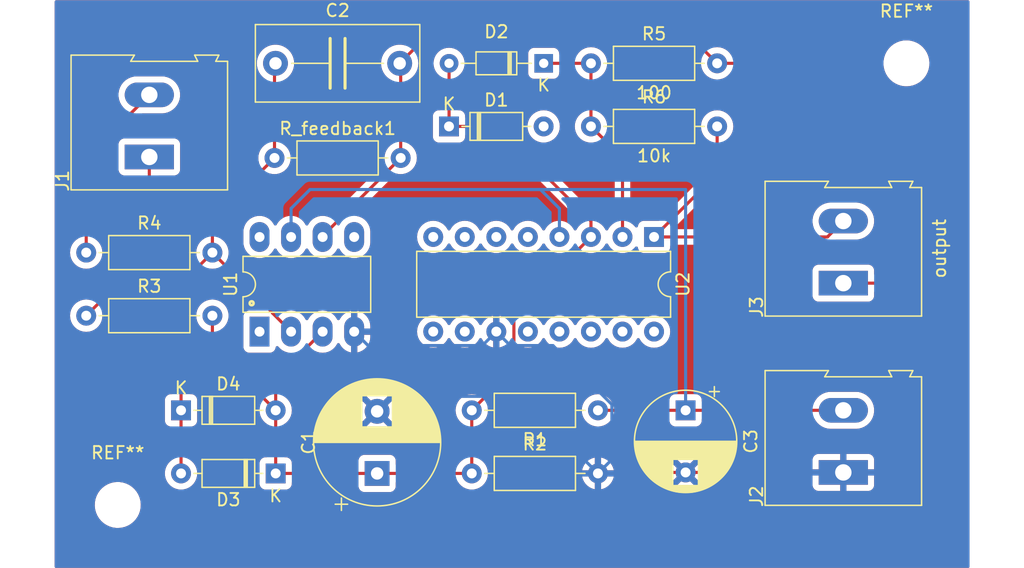
<source format=kicad_pcb>
(kicad_pcb (version 20221018) (generator pcbnew)
  (layers (0 "F.Cu" signal) (31 "B.Cu" signal) (34 "B.Paste" user) (35 "F.Paste" user) (36 "B.SilkS" user "B.Silkscreen") (37 "F.SilkS" user "F.Silkscreen") (38 "B.Mask" user) (39 "F.Mask" user) (44 "Edge.Cuts" user))
  (net 0 "")
  (net 1 "V_Ref")
  (net 2 "Net-(D3-A)")
  (net 3 "FIRST_STAGE_OUT")
  (net 4 "Net-(J1-Pin_1)")
  (net 5 "input")
  (net 6 "Net-(D1-A)")
  (net 7 "second_stage_out")
  (net 11 "V_supply_negative")
  (net 12 "v_supply_positive")
  (footprint "TerminalBlock:TerminalBlock_Altech_AK300-2_P5.00mm" (layer "F.Cu") (at 162.56 81.2 90)
    (fp_text reference "J3" (at -1.92 -6.99 90) (layer "F.SilkS"))
    (fp_text value "output" (at 2.78 7.75 90) (layer "F.SilkS"))
    (pad "1" thru_hole rect (at 0 0 90) (size 1.98 3.96) (drill 1.32) (layers "*.Cu" "*.Mask") (net 3 "FIRST_STAGE_OUT"))
    (pad "2" thru_hole oval (at 5 0 90) (size 1.98 3.96) (drill 1.32) (layers "*.Cu" "*.Mask") (net 7 "second_stage_out"))
  )
  (footprint "Resistor_THT:R_Axial_DIN0207_L6.3mm_D2.5mm_P10.16mm_Horizontal" (layer "F.Cu") (at 142.24 68.58)
    (fp_text reference "R6" (at 5.08 -2.37) (layer "F.SilkS"))
    (fp_text value "10k" (at 5.08 2.37) (layer "F.SilkS"))
    (pad "1" thru_hole circle (at 0 0) (size 1.6 1.6) (drill 0.8) (layers "*.Cu" "*.Mask") (net 6 "Net-(D1-A)"))
    (pad "2" thru_hole oval (at 10.16 0) (size 1.6 1.6) (drill 0.8) (layers "*.Cu" "*.Mask") (net 7 "second_stage_out"))
  )
  (footprint "Capacitor_THT_AKL:CP_Radial_D8.0mm_P5.00mm" (layer "F.Cu") (at 149.86 91.44 -90)
    (fp_text reference "C3" (at 2.5 -5.25 90) (layer "F.SilkS"))
    (fp_text value "100µ" hide)
    (pad "1" thru_hole rect (at 0 0 270) (size 1.6 1.6) (drill 0.8) (layers "*.Cu" "*.Mask") (net 12 "v_supply_positive"))
    (pad "2" thru_hole circle (at 5 0 270) (size 1.6 1.6) (drill 0.8) (layers "*.Cu" "*.Mask") (net 11 "V_supply_negative"))
  )
  (footprint "TerminalBlock:TerminalBlock_Altech_AK300-2_P5.00mm" (layer "F.Cu") (at 162.56 96.44 90)
    (fp_text reference "J2" (at -1.92 -6.99 90) (layer "F.SilkS"))
    (fp_text value "power_supply")
    (pad "1" thru_hole rect (at 0 0 90) (size 1.98 3.96) (drill 1.32) (layers "*.Cu" "*.Mask") (net 11 "V_supply_negative"))
    (pad "2" thru_hole oval (at 5 0 90) (size 1.98 3.96) (drill 1.32) (layers "*.Cu" "*.Mask") (net 12 "v_supply_positive"))
  )
  (footprint "Package_DIP_AKL:DIP-8_W7.62mm_LongPads" (layer "F.Cu") (at 115.555 85.105 90)
    (fp_text reference "U1" (at 3.81 -2.33 90) (layer "F.SilkS"))
    (fp_text value "LMC6001AIN" hide)
    (pad "1" thru_hole rect (at 0 0 90) (size 2.4 1.6) (drill 0.8) (layers "*.Cu" "*.Mask"))
    (pad "2" thru_hole oval (at 0 2.54 90) (size 2.4 1.6) (drill 0.8) (layers "*.Cu" "*.Mask") (net 2 "Net-(D3-A)"))
    (pad "3" thru_hole oval (at 0 5.08 90) (size 2.4 1.6) (drill 0.8) (layers "*.Cu" "*.Mask") (net 1 "V_Ref"))
    (pad "4" thru_hole oval (at 0 7.62 90) (size 2.4 1.6) (drill 0.8) (layers "*.Cu" "*.Mask") (net 11 "V_supply_negative"))
    (pad "5" thru_hole oval (at 7.62 7.62 90) (size 2.4 1.6) (drill 0.8) (layers "*.Cu" "*.Mask"))
    (pad "6" thru_hole oval (at 7.62 5.08 90) (size 2.4 1.6) (drill 0.8) (layers "*.Cu" "*.Mask") (net 3 "FIRST_STAGE_OUT"))
    (pad "7" thru_hole oval (at 7.62 2.54 90) (size 2.4 1.6) (drill 0.8) (layers "*.Cu" "*.Mask") (net 12 "v_supply_positive"))
    (pad "8" thru_hole oval (at 7.62 0 90) (size 2.4 1.6) (drill 0.8) (layers "*.Cu" "*.Mask"))
  )
  (footprint "Capacitor_THT_AKL:CP_Radial_D10.0mm_P5.00mm" (layer "F.Cu") (at 125.0225 96.52 90)
    (fp_text reference "C1" (at 2.5 -5.5275 90) (layer "F.SilkS"))
    (fp_text value "100µF" hide)
    (pad "1" thru_hole rect (at 0 0 90) (size 2 2) (drill 1) (layers "*.Cu" "*.Mask") (net 1 "V_Ref"))
    (pad "2" thru_hole circle (at 5 0 90) (size 2 2) (drill 1) (layers "*.Cu" "*.Mask") (net 11 "V_supply_negative"))
  )
  (footprint "Package_DIP:DIP-16_W7.62mm" (layer "F.Cu") (at 147.32 77.48 -90)
    (fp_text reference "U2" (at 3.81 -2.33 90) (layer "F.SilkS"))
    (fp_text value "TS974ID")
    (pad "1" thru_hole rect (at 0 0 270) (size 1.6 1.6) (drill 0.8) (layers "*.Cu" "*.Mask") (net 7 "second_stage_out"))
    (pad "2" thru_hole oval (at 0 2.54 270) (size 1.6 1.6) (drill 0.8) (layers "*.Cu" "*.Mask") (net 6 "Net-(D1-A)"))
    (pad "3" thru_hole oval (at 0 5.08 270) (size 1.6 1.6) (drill 0.8) (layers "*.Cu" "*.Mask") (net 1 "V_Ref"))
    (pad "4" thru_hole oval (at 0 7.62 270) (size 1.6 1.6) (drill 0.8) (layers "*.Cu" "*.Mask") (net 12 "v_supply_positive"))
    (pad "5" thru_hole oval (at 0 10.16 270) (size 1.6 1.6) (drill 0.8) (layers "*.Cu" "*.Mask"))
    (pad "6" thru_hole oval (at 0 12.7 270) (size 1.6 1.6) (drill 0.8) (layers "*.Cu" "*.Mask"))
    (pad "7" thru_hole oval (at 0 15.24 270) (size 1.6 1.6) (drill 0.8) (layers "*.Cu" "*.Mask"))
    (pad "8" thru_hole oval (at 0 17.78 270) (size 1.6 1.6) (drill 0.8) (layers "*.Cu" "*.Mask"))
    (pad "9" thru_hole oval (at 7.62 17.78 270) (size 1.6 1.6) (drill 0.8) (layers "*.Cu" "*.Mask"))
    (pad "10" thru_hole oval (at 7.62 15.24 270) (size 1.6 1.6) (drill 0.8) (layers "*.Cu" "*.Mask"))
    (pad "11" thru_hole oval (at 7.62 12.7 270) (size 1.6 1.6) (drill 0.8) (layers "*.Cu" "*.Mask") (net 11 "V_supply_negative"))
    (pad "12" thru_hole oval (at 7.62 10.16 270) (size 1.6 1.6) (drill 0.8) (layers "*.Cu" "*.Mask"))
    (pad "13" thru_hole oval (at 7.62 7.62 270) (size 1.6 1.6) (drill 0.8) (layers "*.Cu" "*.Mask"))
    (pad "14" thru_hole oval (at 7.62 5.08 270) (size 1.6 1.6) (drill 0.8) (layers "*.Cu" "*.Mask"))
    (pad "15" thru_hole oval (at 7.62 2.54 270) (size 1.6 1.6) (drill 0.8) (layers "*.Cu" "*.Mask"))
    (pad "16" thru_hole oval (at 7.62 0 270) (size 1.6 1.6) (drill 0.8) (layers "*.Cu" "*.Mask"))
  )
  (footprint "Capacitor_THT_AKL:C_Rect_L13.0mm_W6.0mm_P10.00mm_FKS3_FKP3_MKS4" (layer "F.Cu") (at 116.84 63.5)
    (fp_text reference "C2" (at 5 -4.25) (layer "F.SilkS"))
    (fp_text value "0.1nF" hide)
    (pad "1" thru_hole circle (at 0 0) (size 2 2) (drill 1) (layers "*.Cu" "*.Mask") (net 2 "Net-(D3-A)"))
    (pad "2" thru_hole circle (at 10 0) (size 2 2) (drill 1) (layers "*.Cu" "*.Mask") (net 3 "FIRST_STAGE_OUT"))
  )
  (footprint "TerminalBlock:TerminalBlock_Altech_AK300-2_P5.00mm" (layer "F.Cu") (at 106.68 71.04 90)
    (fp_text reference "J1" (at -1.92 -6.99 90) (layer "F.SilkS"))
    (fp_text value "input")
    (pad "1" thru_hole rect (at 0 0 90) (size 1.98 3.96) (drill 1.32) (layers "*.Cu" "*.Mask") (net 4 "Net-(J1-Pin_1)"))
    (pad "2" thru_hole oval (at 5 0 90) (size 1.98 3.96) (drill 1.32) (layers "*.Cu" "*.Mask") (net 5 "input"))
  )
  (footprint "Diode_THT:D_DO-35_SOD27_P7.62mm_Horizontal" (layer "F.Cu") (at 116.855 96.52 180)
    (fp_text reference "D3" (at 3.81 -2.12 180) (layer "F.SilkS"))
    (fp_text value "D")
    (fp_text user "K" (at 0 -1.8 180) (layer "F.SilkS"))
    (pad "1" thru_hole rect (at 0 0 180) (size 1.6 1.6) (drill 0.8) (layers "*.Cu" "*.Mask") (net 1 "V_Ref"))
    (pad "2" thru_hole oval (at 7.62 0 180) (size 1.6 1.6) (drill 0.8) (layers "*.Cu" "*.Mask") (net 2 "Net-(D3-A)"))
  )
  (footprint "Diode_THT:D_DO-34_SOD68_P7.62mm_Horizontal" (layer "F.Cu") (at 138.435 63.5 180)
    (fp_text reference "D2" (at 3.81 2.54 180) (layer "F.SilkS"))
    (fp_text value "D")
    (fp_text user "K" (at 0 -1.75 180) (layer "F.SilkS"))
    (pad "1" thru_hole rect (at 0 0 180) (size 1.5 1.5) (drill 0.75) (layers "*.Cu" "*.Mask") (net 6 "Net-(D1-A)"))
    (pad "2" thru_hole oval (at 7.62 0 180) (size 1.5 1.5) (drill 0.75) (layers "*.Cu" "*.Mask") (net 1 "V_Ref"))
  )
  (footprint "Resistor_THT:R_Axial_DIN0207_L6.3mm_D2.5mm_P10.16mm_Horizontal" (layer "F.Cu") (at 101.6 78.74)
    (fp_text reference "R4" (at 5.08 -2.37) (layer "F.SilkS"))
    (fp_text value "10k")
    (pad "1" thru_hole circle (at 0 0) (size 1.6 1.6) (drill 0.8) (layers "*.Cu" "*.Mask") (net 5 "input"))
    (pad "2" thru_hole oval (at 10.16 0) (size 1.6 1.6) (drill 0.8) (layers "*.Cu" "*.Mask") (net 2 "Net-(D3-A)"))
  )
  (footprint "Resistor_THT:R_Axial_DIN0207_L6.3mm_D2.5mm_P10.16mm_Horizontal" (layer "F.Cu") (at 116.76 71.12)
    (fp_text reference "R_feedback1" (at 5.08 -2.37) (layer "F.SilkS"))
    (fp_text value "10M")
    (pad "1" thru_hole circle (at 0 0) (size 1.6 1.6) (drill 0.8) (layers "*.Cu" "*.Mask") (net 2 "Net-(D3-A)"))
    (pad "2" thru_hole oval (at 10.16 0) (size 1.6 1.6) (drill 0.8) (layers "*.Cu" "*.Mask") (net 3 "FIRST_STAGE_OUT"))
  )
  (footprint "Resistor_THT:R_Axial_DIN0207_L6.3mm_D2.5mm_P10.16mm_Horizontal" (layer "F.Cu") (at 142.24 63.5)
    (fp_text reference "R5" (at 5.08 -2.37) (layer "F.SilkS"))
    (fp_text value "100" (at 5.08 2.37) (layer "F.SilkS"))
    (pad "1" thru_hole circle (at 0 0) (size 1.6 1.6) (drill 0.8) (layers "*.Cu" "*.Mask") (net 6 "Net-(D1-A)"))
    (pad "2" thru_hole oval (at 10.16 0) (size 1.6 1.6) (drill 0.8) (layers "*.Cu" "*.Mask") (net 3 "FIRST_STAGE_OUT"))
  )
  (footprint "Diode_THT:D_DO-35_SOD27_P7.62mm_Horizontal" (layer "F.Cu") (at 109.235 91.44)
    (fp_text reference "D4" (at 3.81 -2.12) (layer "F.SilkS"))
    (fp_text value "D")
    (fp_text user "K" (at 0 -1.8) (layer "F.SilkS"))
    (pad "1" thru_hole rect (at 0 0) (size 1.6 1.6) (drill 0.8) (layers "*.Cu" "*.Mask") (net 2 "Net-(D3-A)"))
    (pad "2" thru_hole oval (at 7.62 0) (size 1.6 1.6) (drill 0.8) (layers "*.Cu" "*.Mask") (net 1 "V_Ref"))
  )
  (footprint "MountingHole:MountingHole_3.2mm_M3" (layer "F.Cu") (at 167.64 63.5)
    (fp_text reference "REF**" (at 0 -4.2) (layer "F.SilkS"))
    (fp_text value "MountingHole_3.2mm_M3")
    (pad "" np_thru_hole circle (at 0 0) (size 3.2 3.2) (drill 3.2) (layers "*.Cu" "*.Mask"))
  )
  (footprint "Diode_THT:D_DO-35_SOD27_P7.62mm_Horizontal" (layer "F.Cu") (at 130.81 68.58)
    (fp_text reference "D1" (at 3.81 -2.12) (layer "F.SilkS"))
    (fp_text value "D")
    (fp_text user "K" (at 0 -1.8) (layer "F.SilkS"))
    (pad "1" thru_hole rect (at 0 0) (size 1.6 1.6) (drill 0.8) (layers "*.Cu" "*.Mask") (net 1 "V_Ref"))
    (pad "2" thru_hole oval (at 7.62 0) (size 1.6 1.6) (drill 0.8) (layers "*.Cu" "*.Mask") (net 6 "Net-(D1-A)"))
  )
  (footprint "Resistor_THT:R_Axial_DIN0207_L6.3mm_D2.5mm_P10.16mm_Horizontal" (layer "F.Cu") (at 101.6 83.82)
    (fp_text reference "R3" (at 5.08 -2.37) (layer "F.SilkS"))
    (fp_text value "10k")
    (pad "1" thru_hole circle (at 0 0) (size 1.6 1.6) (drill 0.8) (layers "*.Cu" "*.Mask") (net 4 "Net-(J1-Pin_1)"))
    (pad "2" thru_hole oval (at 10.16 0) (size 1.6 1.6) (drill 0.8) (layers "*.Cu" "*.Mask") (net 1 "V_Ref"))
  )
  (footprint "MountingHole:MountingHole_3.2mm_M3" (layer "F.Cu") (at 104.14 99.06)
    (fp_text reference "REF**" (at 0 -4.2) (layer "F.SilkS"))
    (fp_text value "MountingHole_3.2mm_M3")
    (pad "" np_thru_hole circle (at 0 0) (size 3.2 3.2) (drill 3.2) (layers "*.Cu" "*.Mask"))
  )
  (footprint "Resistor_THT:R_Axial_DIN0207_L6.3mm_D2.5mm_P10.16mm_Horizontal" (layer "F.Cu") (at 132.6425 96.52)
    (fp_text reference "R2" (at 5.08 -2.37) (layer "F.SilkS"))
    (fp_text value "100")
    (pad "1" thru_hole circle (at 0 0) (size 1.6 1.6) (drill 0.8) (layers "*.Cu" "*.Mask") (net 1 "V_Ref"))
    (pad "2" thru_hole oval (at 10.16 0) (size 1.6 1.6) (drill 0.8) (layers "*.Cu" "*.Mask") (net 11 "V_supply_negative"))
  )
  (footprint "Resistor_THT:R_Axial_DIN0207_L6.3mm_D2.5mm_P10.16mm_Horizontal" (layer "F.Cu") (at 142.8025 91.44 180)
    (fp_text reference "R1" (at 5.08 -2.37) (layer "F.SilkS"))
    (fp_text value "100")
    (pad "1" thru_hole circle (at 0 0 180) (size 1.6 1.6) (drill 0.8) (layers "*.Cu" "*.Mask") (net 12 "v_supply_positive"))
    (pad "2" thru_hole oval (at 10.16 0 180) (size 1.6 1.6) (drill 0.8) (layers "*.Cu" "*.Mask") (net 1 "V_Ref"))
  )
  (segment (start 116.855 96.52) (end 116.855 91.44) (width 0.25) (layer "F.Cu") (net 1))
  (segment (start 132.6425 91.44) (end 136.035 88.0475) (width 0.25) (layer "F.Cu") (net 1))
  (segment (start 132.6425 96.52) (end 132.6425 91.44) (width 0.25) (layer "F.Cu") (net 1))
  (segment (start 116.855 91.44) (end 116.855 88.885) (width 0.25) (layer "F.Cu") (net 1))
  (segment (start 142.24 77.48) (end 142.24 76.2) (width 0.25) (layer "F.Cu") (net 1))
  (segment (start 136.035 83.685) (end 142.24 77.48) (width 0.25) (layer "F.Cu") (net 1))
  (segment (start 111.76 83.82) (end 111.76 86.345) (width 0.25) (layer "F.Cu") (net 1))
  (segment (start 134.62 68.58) (end 130.81 68.58) (width 0.25) (layer "F.Cu") (net 1))
  (segment (start 116.855 88.885) (end 120.635 85.105) (width 0.25) (layer "F.Cu") (net 1))
  (segment (start 116.855 96.52) (end 125.0225 96.52) (width 0.25) (layer "F.Cu") (net 1))
  (segment (start 136.035 88.0475) (end 136.035 83.685) (width 0.25) (layer "F.Cu") (net 1))
  (segment (start 130.815 63.5) (end 130.815 68.575) (width 0.25) (layer "F.Cu") (net 1))
  (segment (start 111.76 86.345) (end 116.855 91.44) (width 0.25) (layer "F.Cu") (net 1))
  (segment (start 130.815 68.575) (end 130.81 68.58) (width 0.25) (layer "F.Cu") (net 1))
  (segment (start 125.0225 96.52) (end 132.6425 96.52) (width 0.25) (layer "F.Cu") (net 1))
  (segment (start 142.24 76.2) (end 134.62 68.58) (width 0.25) (layer "F.Cu") (net 1))
  (segment (start 116.6 83.58) (end 116.6 83.61) (width 0.25) (layer "F.Cu") (net 2))
  (segment (start 109.235 81.265) (end 109.235 91.44) (width 0.25) (layer "F.Cu") (net 2))
  (segment (start 116.76 71.12) (end 116.76 63.58) (width 0.25) (layer "F.Cu") (net 2))
  (segment (start 109.235 81.265) (end 111.76 78.74) (width 0.25) (layer "F.Cu") (net 2))
  (segment (start 111.76 78.74) (end 111.76 76.12) (width 0.25) (layer "F.Cu") (net 2))
  (segment (start 109.235 96.52) (end 109.235 91.44) (width 0.25) (layer "F.Cu") (net 2))
  (segment (start 111.76 76.12) (end 116.76 71.12) (width 0.25) (layer "F.Cu") (net 2))
  (segment (start 116.6 83.61) (end 118.095 85.105) (width 0.25) (layer "F.Cu") (net 2))
  (segment (start 116.76 63.58) (end 116.84 63.5) (width 0.25) (layer "F.Cu") (net 2))
  (segment (start 111.76 78.74) (end 116.6 83.58) (width 0.25) (layer "F.Cu") (net 2))
  (segment (start 167.64 81.2) (end 167.56 81.28) (width 0.25) (layer "F.Cu") (net 3))
  (segment (start 167.48 81.2) (end 162.56 81.2) (width 0.25) (layer "F.Cu") (net 3))
  (segment (start 126.92 71.12) (end 120.635 77.405) (width 0.25) (layer "F.Cu") (net 3))
  (segment (start 152.4 63.5) (end 149.86 60.96) (width 0.25) (layer "F.Cu") (net 3))
  (segment (start 120.635 77.405) (end 120.635 77.485) (width 0.25) (layer "F.Cu") (net 3))
  (segment (start 149.86 60.96) (end 129.38 60.96) (width 0.25) (layer "F.Cu") (net 3))
  (segment (start 167.56 81.28) (end 167.48 81.2) (width 0.25) (layer "F.Cu") (net 3))
  (segment (start 152.4 63.5) (end 157.48 63.5) (width 0.25) (layer "F.Cu") (net 3))
  (segment (start 126.92 63.58) (end 126.84 63.5) (width 0.25) (layer "F.Cu") (net 3))
  (segment (start 167.64 73.66) (end 167.64 81.2) (width 0.25) (layer "F.Cu") (net 3))
  (segment (start 126.92 71.12) (end 126.92 63.58) (width 0.25) (layer "F.Cu") (net 3))
  (segment (start 157.48 63.5) (end 167.64 73.66) (width 0.25) (layer "F.Cu") (net 3))
  (segment (start 129.38 60.96) (end 126.84 63.5) (width 0.25) (layer "F.Cu") (net 3))
  (segment (start 106.68 78.74) (end 101.6 83.82) (width 0.25) (layer "F.Cu") (net 4))
  (segment (start 106.68 71.04) (end 106.68 78.74) (width 0.25) (layer "F.Cu") (net 4))
  (segment (start 101.6 71.12) (end 101.6 78.74) (width 0.25) (layer "F.Cu") (net 5))
  (segment (start 106.68 66.04) (end 101.6 71.12) (width 0.25) (layer "F.Cu") (net 5))
  (segment (start 144.78 71.12) (end 144.78 77.48) (width 0.25) (layer "F.Cu") (net 6))
  (segment (start 142.24 63.5) (end 142.24 68.58) (width 0.25) (layer "F.Cu") (net 6))
  (segment (start 142.24 68.58) (end 144.78 71.12) (width 0.25) (layer "F.Cu") (net 6))
  (segment (start 138.435 63.5) (end 142.24 63.5) (width 0.25) (layer "F.Cu") (net 6))
  (segment (start 161.28 77.48) (end 162.56 76.2) (width 0.25) (layer "F.Cu") (net 7))
  (segment (start 147.32 77.48) (end 161.28 77.48) (width 0.25) (layer "F.Cu") (net 7))
  (segment (start 152.4 72.4) (end 147.32 77.48) (width 0.25) (layer "F.Cu") (net 7))
  (segment (start 152.4 68.58) (end 152.4 72.4) (width 0.25) (layer "F.Cu") (net 7))
  (segment (start 142.8825 96.44) (end 142.8025 96.52) (width 0.25) (layer "F.Cu") (net 11))
  (segment (start 162.56 96.44) (end 142.8825 96.44) (width 0.25) (layer "F.Cu") (net 11))
  (segment (start 136.5975 90.315) (end 142.8025 96.52) (width 0.25) (layer "B.Cu") (net 11))
  (segment (start 134.62 85.1) (end 133.495 86.225) (width 0.25) (layer "B.Cu") (net 11))
  (segment (start 142.8025 96.52) (end 143.9275 95.395) (width 0.25) (layer "B.Cu") (net 11))
  (segment (start 133.495 86.225) (end 124.295 86.225) (width 0.25) (layer "B.Cu") (net 11))
  (segment (start 143.9275 90.974009) (end 139.178491 86.225) (width 0.25) (layer "B.Cu") (net 11))
  (segment (start 143.9275 95.395) (end 143.9275 90.974009) (width 0.25) (layer "B.Cu") (net 11))
  (segment (start 139.178491 86.225) (end 135.745 86.225) (width 0.25) (layer "B.Cu") (net 11))
  (segment (start 126.2275 90.315) (end 136.5975 90.315) (width 0.25) (layer "B.Cu") (net 11))
  (segment (start 142.8025 96.52) (end 141.5225 96.52) (width 0.25) (layer "B.Cu") (net 11))
  (segment (start 135.745 86.225) (end 134.62 85.1) (width 0.25) (layer "B.Cu") (net 11))
  (segment (start 124.295 86.225) (end 123.175 85.105) (width 0.25) (layer "B.Cu") (net 11))
  (segment (start 125.0225 91.52) (end 126.2275 90.315) (width 0.25) (layer "B.Cu") (net 11))
  (segment (start 142.8025 91.44) (end 162.56 91.44) (width 0.25) (layer "F.Cu") (net 12))
  (segment (start 139.7 75.19) (end 139.7 77.48) (width 0.25) (layer "B.Cu") (net 12))
  (segment (start 138.17 73.66) (end 137.16 73.66) (width 0.25) (layer "B.Cu") (net 12))
  (segment (start 118.095 75.185) (end 119.62 73.66) (width 0.25) (layer "B.Cu") (net 12))
  (segment (start 149.86 91.44) (end 149.86 73.66) (width 0.25) (layer "B.Cu") (net 12))
  (segment (start 149.86 73.66) (end 137.16 73.66) (width 0.25) (layer "B.Cu") (net 12))
  (segment (start 137.16 73.66) (end 119.62 73.66) (width 0.25) (layer "B.Cu") (net 12))
  (segment (start 138.17 73.66) (end 139.7 75.19) (width 0.25) (layer "B.Cu") (net 12))
  (segment (start 118.095 77.485) (end 118.095 75.185) (width 0.25) (layer "B.Cu") (net 12))
  (zone (net 11) (net_name "V_supply_negative") (layer "F.Cu") (priority 1) (connect_pads (clearance 0.5)) (min_thickness 0.25) (fill yes (thermal_gap 0.5) (thermal_bridge_width 0.5))
    (polygon (pts (xy 99.06 58.42) (xy 172.72 58.42) (xy 172.72 104.14) (xy 99.06 104.14)))
  )
  (zone (net 11) (net_name "V_supply_negative") (layer "B.Cu") (connect_pads (clearance 0.5)) (min_thickness 0.25) (fill yes (thermal_gap 0.5) (thermal_bridge_width 0.5))
    (polygon (pts (xy 172.72 58.42) (xy 99.06 58.42) (xy 99.06 104.14) (xy 172.72 104.14)))
  )
)
</source>
